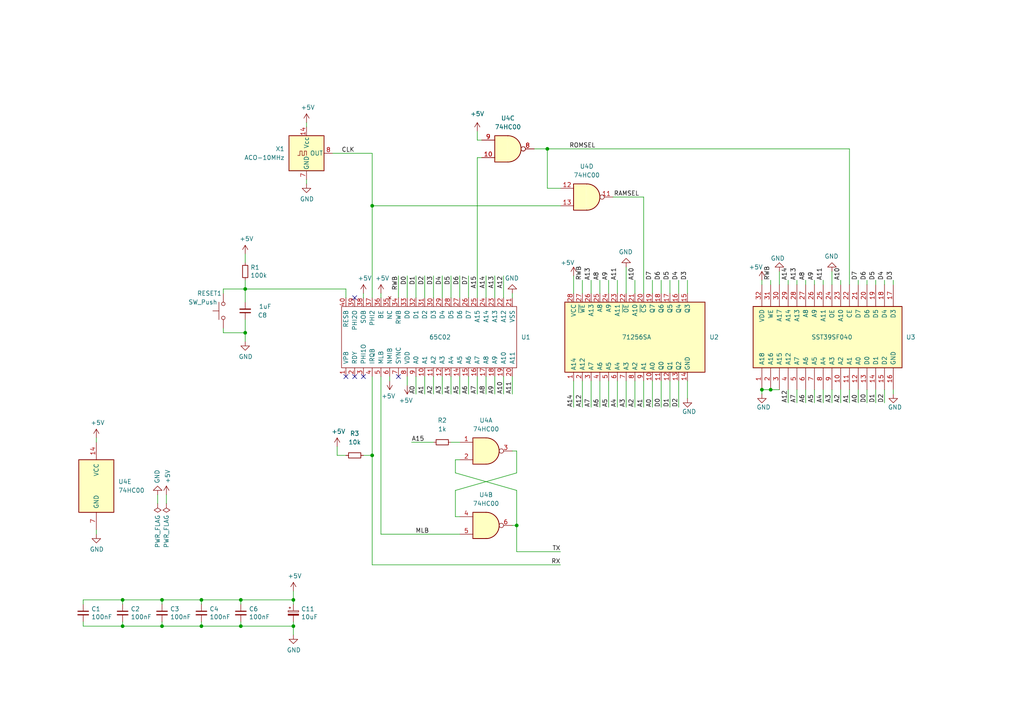
<source format=kicad_sch>
(kicad_sch (version 20211123) (generator eeschema)
  (paper "A4")
  (title_block (title "SingleBreadboardComputer") (rev "1"))
  (lib_symbols
    (symbol "74xx:74HC00" (pin_names (offset 1.016))
      (property "Reference" "U" (at 0 1.27 0))
      (property "Value" "74HC00" (at 0 -1.27 0))
      (symbol "74HC00_1_1"
        (arc (start 0 -3.81) (mid 3.81 0) (end 0 3.81) (stroke (width 0.254)) (fill (type background)))
        (polyline (pts (xy 0 3.81) (xy -3.81 3.81) (xy -3.81 -3.81) (xy 0 -3.81)) (stroke (width 0.254)) (fill (type background)))
        (pin input line (at -7.62 2.54 0) (length 3.81) (name "~") (number "1"))
        (pin input line (at -7.62 -2.54 0) (length 3.81) (name "~") (number "2"))
        (pin output inverted (at 7.62 0 180) (length 3.81) (name "~") (number "3"))
      )
      (symbol "74HC00_1_2"
        (arc (start -3.81 -3.81) (mid -2.589 0) (end -3.81 3.81) (stroke (width 0.254)))
        (arc (start -0.6096 -3.81) (mid 2.1842 -2.5851) (end 3.81 0) (stroke (width 0.254)) (fill (type background)))
        (polyline (pts (xy -3.81 -3.81) (xy -0.635 -3.81)) (stroke (width 0.254)) (fill (type background)))
        (polyline (pts (xy -3.81 3.81) (xy -0.635 3.81)) (stroke (width 0.254)) (fill (type background)))
        (polyline (pts (xy -0.635 3.81) (xy -3.81 3.81) (xy -3.81 3.81) (xy -3.556 3.4036) (xy -3.0226 2.2606) (xy -2.6924 1.0414) (xy -2.6162 -0.254) (xy -2.7686 -1.4986) (xy -3.175 -2.7178) (xy -3.81 -3.81) (xy -3.81 -3.81) (xy -0.635 -3.81)) (stroke (width -25.4)) (fill (type background)))
        (arc (start 3.81 0) (mid 2.1915 2.5936) (end -0.6096 3.81) (stroke (width 0.254)) (fill (type background)))
        (pin input inverted (at -7.62 2.54 0) (length 4.318) (name "~") (number "1"))
        (pin input inverted (at -7.62 -2.54 0) (length 4.318) (name "~") (number "2"))
        (pin output line (at 7.62 0 180) (length 3.81) (name "~") (number "3"))
      )
      (symbol "74HC00_2_1"
        (arc (start 0 -3.81) (mid 3.81 0) (end 0 3.81) (stroke (width 0.254)) (fill (type background)))
        (polyline (pts (xy 0 3.81) (xy -3.81 3.81) (xy -3.81 -3.81) (xy 0 -3.81)) (stroke (width 0.254)) (fill (type background)))
        (pin input line (at -7.62 2.54 0) (length 3.81) (name "~") (number "4"))
        (pin input line (at -7.62 -2.54 0) (length 3.81) (name "~") (number "5"))
        (pin output inverted (at 7.62 0 180) (length 3.81) (name "~") (number "6"))
      )
      (symbol "74HC00_2_2"
        (arc (start -3.81 -3.81) (mid -2.589 0) (end -3.81 3.81) (stroke (width 0.254)))
        (arc (start -0.6096 -3.81) (mid 2.1842 -2.5851) (end 3.81 0) (stroke (width 0.254)) (fill (type background)))
        (polyline (pts (xy -3.81 -3.81) (xy -0.635 -3.81)) (stroke (width 0.254)) (fill (type background)))
        (polyline (pts (xy -3.81 3.81) (xy -0.635 3.81)) (stroke (width 0.254)) (fill (type background)))
        (polyline (pts (xy -0.635 3.81) (xy -3.81 3.81) (xy -3.81 3.81) (xy -3.556 3.4036) (xy -3.0226 2.2606) (xy -2.6924 1.0414) (xy -2.6162 -0.254) (xy -2.7686 -1.4986) (xy -3.175 -2.7178) (xy -3.81 -3.81) (xy -3.81 -3.81) (xy -0.635 -3.81)) (stroke (width -25.4)) (fill (type background)))
        (arc (start 3.81 0) (mid 2.1915 2.5936) (end -0.6096 3.81) (stroke (width 0.254)) (fill (type background)))
        (pin input inverted (at -7.62 2.54 0) (length 4.318) (name "~") (number "4"))
        (pin input inverted (at -7.62 -2.54 0) (length 4.318) (name "~") (number "5"))
        (pin output line (at 7.62 0 180) (length 3.81) (name "~") (number "6"))
      )
      (symbol "74HC00_3_1"
        (arc (start 0 -3.81) (mid 3.81 0) (end 0 3.81) (stroke (width 0.254)) (fill (type background)))
        (polyline (pts (xy 0 3.81) (xy -3.81 3.81) (xy -3.81 -3.81) (xy 0 -3.81)) (stroke (width 0.254)) (fill (type background)))
        (pin input line (at -7.62 -2.54 0) (length 3.81) (name "~") (number "10"))
        (pin output inverted (at 7.62 0 180) (length 3.81) (name "~") (number "8"))
        (pin input line (at -7.62 2.54 0) (length 3.81) (name "~") (number "9"))
      )
      (symbol "74HC00_3_2"
        (arc (start -3.81 -3.81) (mid -2.589 0) (end -3.81 3.81) (stroke (width 0.254)))
        (arc (start -0.6096 -3.81) (mid 2.1842 -2.5851) (end 3.81 0) (stroke (width 0.254)) (fill (type background)))
        (polyline (pts (xy -3.81 -3.81) (xy -0.635 -3.81)) (stroke (width 0.254)) (fill (type background)))
        (polyline (pts (xy -3.81 3.81) (xy -0.635 3.81)) (stroke (width 0.254)) (fill (type background)))
        (polyline (pts (xy -0.635 3.81) (xy -3.81 3.81) (xy -3.81 3.81) (xy -3.556 3.4036) (xy -3.0226 2.2606) (xy -2.6924 1.0414) (xy -2.6162 -0.254) (xy -2.7686 -1.4986) (xy -3.175 -2.7178) (xy -3.81 -3.81) (xy -3.81 -3.81) (xy -0.635 -3.81)) (stroke (width -25.4)) (fill (type background)))
        (arc (start 3.81 0) (mid 2.1915 2.5936) (end -0.6096 3.81) (stroke (width 0.254)) (fill (type background)))
        (pin input inverted (at -7.62 -2.54 0) (length 4.318) (name "~") (number "10"))
        (pin output line (at 7.62 0 180) (length 3.81) (name "~") (number "8"))
        (pin input inverted (at -7.62 2.54 0) (length 4.318) (name "~") (number "9"))
      )
      (symbol "74HC00_4_1"
        (arc (start 0 -3.81) (mid 3.81 0) (end 0 3.81) (stroke (width 0.254)) (fill (type background)))
        (polyline (pts (xy 0 3.81) (xy -3.81 3.81) (xy -3.81 -3.81) (xy 0 -3.81)) (stroke (width 0.254)) (fill (type background)))
        (pin output inverted (at 7.62 0 180) (length 3.81) (name "~") (number "11"))
        (pin input line (at -7.62 2.54 0) (length 3.81) (name "~") (number "12"))
        (pin input line (at -7.62 -2.54 0) (length 3.81) (name "~") (number "13"))
      )
      (symbol "74HC00_4_2"
        (arc (start -3.81 -3.81) (mid -2.589 0) (end -3.81 3.81) (stroke (width 0.254)))
        (arc (start -0.6096 -3.81) (mid 2.1842 -2.5851) (end 3.81 0) (stroke (width 0.254)) (fill (type background)))
        (polyline (pts (xy -3.81 -3.81) (xy -0.635 -3.81)) (stroke (width 0.254)) (fill (type background)))
        (polyline (pts (xy -3.81 3.81) (xy -0.635 3.81)) (stroke (width 0.254)) (fill (type background)))
        (polyline (pts (xy -0.635 3.81) (xy -3.81 3.81) (xy -3.81 3.81) (xy -3.556 3.4036) (xy -3.0226 2.2606) (xy -2.6924 1.0414) (xy -2.6162 -0.254) (xy -2.7686 -1.4986) (xy -3.175 -2.7178) (xy -3.81 -3.81) (xy -3.81 -3.81) (xy -0.635 -3.81)) (stroke (width -25.4)) (fill (type background)))
        (arc (start 3.81 0) (mid 2.1915 2.5936) (end -0.6096 3.81) (stroke (width 0.254)) (fill (type background)))
        (pin output line (at 7.62 0 180) (length 3.81) (name "~") (number "11"))
        (pin input inverted (at -7.62 2.54 0) (length 4.318) (name "~") (number "12"))
        (pin input inverted (at -7.62 -2.54 0) (length 4.318) (name "~") (number "13"))
      )
      (symbol "74HC00_5_0"
        (pin power_in line (at 0 12.7 270) (length 5.08) (name "VCC") (number "14"))
        (pin power_in line (at 0 -12.7 90) (length 5.08) (name "GND") (number "7"))
      )
      (symbol "74HC00_5_1"
        (rectangle (start -5.08 7.62) (end 5.08 -7.62) (stroke (width 0.254)) (fill (type background)))
      )
    )
    (symbol "Device:C_Small" (pin_numbers hide) (pin_names (offset 0.254) hide)
      (property "Reference" "C" (at 0.254 1.778 0))
      (property "Value" "C_Small" (at 0.254 -2.032 0))
      (symbol "C_Small_0_1"
        (polyline (pts (xy -1.524 -0.508) (xy 1.524 -0.508)) (stroke (width 0.3302)))
        (polyline (pts (xy -1.524 0.508) (xy 1.524 0.508)) (stroke (width 0.3048)))
      )
      (symbol "C_Small_1_1"
        (pin passive line (at 0 2.54 270) (length 2.032) (name "~") (number "1"))
        (pin passive line (at 0 -2.54 90) (length 2.032) (name "~") (number "2"))
      )
    )
    (symbol "Device:R_Small" (pin_numbers hide) (pin_names (offset 0.254) hide)
      (property "Reference" "R" (at 0.762 0.508 0))
      (property "Value" "R_Small" (at 0.762 -1.016 0))
      (symbol "R_Small_0_1"
        (rectangle (start -0.762 1.778) (end 0.762 -1.778) (stroke (width 0.2032)))
      )
      (symbol "R_Small_1_1"
        (pin passive line (at 0 2.54 270) (length 0.762) (name "~") (number "1"))
        (pin passive line (at 0 -2.54 90) (length 0.762) (name "~") (number "2"))
      )
    )
    (symbol "Oscillator:ACO-xxxMHz" (pin_names (offset 0.254))
      (property "Reference" "X" (at -5.08 6.35 0))
      (property "Value" "ACO-xxxMHz" (at 1.27 -6.35 0))
      (symbol "ACO-xxxMHz_0_1"
        (rectangle (start -5.08 5.08) (end 5.08 -5.08) (stroke (width 0.254)) (fill (type background)))
        (polyline (pts (xy -2.54 -0.635) (xy -1.905 -0.635) (xy -1.905 0.635) (xy -1.27 0.635) (xy -1.27 -0.635) (xy -0.635 -0.635) (xy -0.635 0.635) (xy 0 0.635) (xy 0 -0.635)))
      )
      (symbol "ACO-xxxMHz_1_1"
        (pin no_connect line (at -7.62 0 0) (length 2.54) hide (name "NC") (number "1"))
        (pin power_in line (at 0 7.62 270) (length 2.54) (name "Vcc") (number "14"))
        (pin power_in line (at 0 -7.62 90) (length 2.54) (name "GND") (number "7"))
        (pin output line (at 7.62 0 180) (length 2.54) (name "OUT") (number "8"))
      )
    )
    (symbol "Switch:SW_Push" (pin_numbers hide) (pin_names (offset 1.016) hide)
      (property "Reference" "SW" (at 1.27 2.54 0))
      (property "Value" "SW_Push" (at 0 -1.524 0))
      (symbol "SW_Push_0_1"
        (circle (center -2.032 0) (radius 0.508))
        (polyline (pts (xy 0 1.27) (xy 0 3.048)))
        (polyline (pts (xy 2.54 1.27) (xy -2.54 1.27)))
        (circle (center 2.032 0) (radius 0.508))
        (pin passive line (at -5.08 0 0) (length 2.54) (name "1") (number "1"))
        (pin passive line (at 5.08 0 180) (length 2.54) (name "2") (number "2"))
      )
    )
    (symbol "library:65C02" (pin_names (offset 1.016))
      (property "Reference" "U1" (at -1.27 1.27 0))
      (property "Value" "65C02" (at 20.32 0 90))
      (symbol "65C02_0_1"
        (rectangle (start -8.89 0) (end 8.89 -50.8))
      )
      (symbol "65C02_1_1"
        (pin output line (at -11.43 -1.27 0) (length 2.54) (name "VPB") (number "1"))
        (pin output line (at -11.43 -24.13 0) (length 2.54) (name "A1") (number "10"))
        (pin output line (at -11.43 -26.67 0) (length 2.54) (name "A2") (number "11"))
        (pin output line (at -11.43 -29.21 0) (length 2.54) (name "A3") (number "12"))
        (pin output line (at -11.43 -31.75 0) (length 2.54) (name "A4") (number "13"))
        (pin output line (at -11.43 -34.29 0) (length 2.54) (name "A5") (number "14"))
        (pin output line (at -11.43 -36.83 0) (length 2.54) (name "A6") (number "15"))
        (pin output line (at -11.43 -39.37 0) (length 2.54) (name "A7") (number "16"))
        (pin output line (at -11.43 -41.91 0) (length 2.54) (name "A8") (number "17"))
        (pin output line (at -11.43 -44.45 0) (length 2.54) (name "A9") (number "18"))
        (pin output line (at -11.43 -46.99 0) (length 2.54) (name "A10") (number "19"))
        (pin input line (at -11.43 -3.81 0) (length 2.54) (name "RDY") (number "2"))
        (pin output line (at -11.43 -49.53 0) (length 2.54) (name "A11") (number "20"))
        (pin power_in line (at 11.43 -49.53 180) (length 2.54) (name "VSS") (number "21"))
        (pin output line (at 11.43 -46.99 180) (length 2.54) (name "A12") (number "22"))
        (pin output line (at 11.43 -44.45 180) (length 2.54) (name "A13") (number "23"))
        (pin output line (at 11.43 -41.91 180) (length 2.54) (name "A14") (number "24"))
        (pin output line (at 11.43 -39.37 180) (length 2.54) (name "A15") (number "25"))
        (pin bidirectional line (at 11.43 -36.83 180) (length 2.54) (name "D7") (number "26"))
        (pin bidirectional line (at 11.43 -34.29 180) (length 2.54) (name "D6") (number "27"))
        (pin bidirectional line (at 11.43 -31.75 180) (length 2.54) (name "D5") (number "28"))
        (pin bidirectional line (at 11.43 -29.21 180) (length 2.54) (name "D4") (number "29"))
        (pin output line (at -11.43 -6.35 0) (length 2.54) (name "PHI1O") (number "3"))
        (pin bidirectional line (at 11.43 -26.67 180) (length 2.54) (name "D3") (number "30"))
        (pin bidirectional line (at 11.43 -24.13 180) (length 2.54) (name "D2") (number "31"))
        (pin bidirectional line (at 11.43 -21.59 180) (length 2.54) (name "D1") (number "32"))
        (pin bidirectional line (at 11.43 -19.05 180) (length 2.54) (name "D0") (number "33"))
        (pin output line (at 11.43 -16.51 180) (length 2.54) (name "RWB") (number "34"))
        (pin no_connect line (at 11.43 -13.97 180) (length 2.54) (name "NC") (number "35"))
        (pin input line (at 11.43 -11.43 180) (length 2.54) (name "BE") (number "36"))
        (pin input line (at 11.43 -8.89 180) (length 2.54) (name "PHI2") (number "37"))
        (pin output line (at 11.43 -6.35 180) (length 2.54) (name "SOB") (number "38"))
        (pin output line (at 11.43 -3.81 180) (length 2.54) (name "PHI2O") (number "39"))
        (pin input line (at -11.43 -8.89 0) (length 2.54) (name "IRQB") (number "4"))
        (pin input line (at 11.43 -1.27 180) (length 2.54) (name "RESB") (number "40"))
        (pin output line (at -11.43 -11.43 0) (length 2.54) (name "MLB") (number "5"))
        (pin input line (at -11.43 -13.97 0) (length 2.54) (name "NMIB") (number "6"))
        (pin output line (at -11.43 -16.51 0) (length 2.54) (name "SYNC") (number "7"))
        (pin power_in line (at -11.43 -19.05 0) (length 2.54) (name "VDD") (number "8"))
        (pin output line (at -11.43 -21.59 0) (length 2.54) (name "A0") (number "9"))
      )
    )
    (symbol "library:71256SA"
      (property "Reference" "U?" (at 1.27 22.86 0))
      (property "Value" "71256SA" (at 1.27 0 90))
      (symbol "71256SA_0_0"
        (pin power_in line (at -12.7 -15.24 0) (length 2.54) (name "GND") (number "14"))
        (pin power_in line (at 12.7 17.78 180) (length 2.54) (name "VCC") (number "28"))
      )
      (symbol "71256SA_0_1"
        (rectangle (start -10.16 20.32) (end 10.16 -20.32) (stroke (width 0.254)) (fill (type background)))
      )
      (symbol "71256SA_1_1"
        (pin input line (at -12.7 17.78 0) (length 2.54) (name "A14") (number "1"))
        (pin input line (at -12.7 -5.08 0) (length 2.54) (name "A0") (number "10"))
        (pin tri_state line (at -12.7 -7.62 0) (length 2.54) (name "Q0") (number "11"))
        (pin tri_state line (at -12.7 -10.16 0) (length 2.54) (name "Q1") (number "12"))
        (pin tri_state line (at -12.7 -12.7 0) (length 2.54) (name "Q2") (number "13"))
        (pin tri_state line (at 12.7 -15.24 180) (length 2.54) (name "Q3") (number "15"))
        (pin tri_state line (at 12.7 -12.7 180) (length 2.54) (name "Q4") (number "16"))
        (pin tri_state line (at 12.7 -10.16 180) (length 2.54) (name "Q5") (number "17"))
        (pin tri_state line (at 12.7 -7.62 180) (length 2.54) (name "Q6") (number "18"))
        (pin tri_state line (at 12.7 -5.08 180) (length 2.54) (name "Q7") (number "19"))
        (pin input line (at -12.7 15.24 0) (length 2.54) (name "A12") (number "2"))
        (pin input line (at 12.7 -2.54 180) (length 2.54) (name "~{CS}") (number "20"))
        (pin input line (at 12.7 0 180) (length 2.54) (name "A10") (number "21"))
        (pin input line (at 12.7 2.54 180) (length 2.54) (name "~{OE}") (number "22"))
        (pin input line (at 12.7 5.08 180) (length 2.54) (name "A11") (number "23"))
        (pin input line (at 12.7 7.62 180) (length 2.54) (name "A9") (number "24"))
        (pin input line (at 12.7 10.16 180) (length 2.54) (name "A8") (number "25"))
        (pin input line (at 12.7 12.7 180) (length 2.54) (name "A13") (number "26"))
        (pin input line (at 12.7 15.24 180) (length 2.54) (name "~{WE}") (number "27"))
        (pin input line (at -12.7 12.7 0) (length 2.54) (name "A7") (number "3"))
        (pin input line (at -12.7 10.16 0) (length 2.54) (name "A6") (number "4"))
        (pin input line (at -12.7 7.62 0) (length 2.54) (name "A5") (number "5"))
        (pin input line (at -12.7 5.08 0) (length 2.54) (name "A4") (number "6"))
        (pin input line (at -12.7 2.54 0) (length 2.54) (name "A3") (number "7"))
        (pin input line (at -12.7 0 0) (length 2.54) (name "A2") (number "8"))
        (pin input line (at -12.7 -2.54 0) (length 2.54) (name "A1") (number "9"))
      )
    )
    (symbol "mainboard-rescue:CP_Small-Device" (pin_numbers hide) (pin_names (offset 0.254) hide)
      (property "Reference" "C" (at 0.254 1.778 0))
      (property "Value" "CP_Small-Device" (at 0.254 -2.032 0))
      (symbol "CP_Small-Device_0_1"
        (rectangle (start -1.524 -0.3048) (end 1.524 -0.6858) (fill (type outline)))
        (rectangle (start -1.524 0.6858) (end 1.524 0.3048))
        (polyline (pts (xy -1.27 1.524) (xy -0.762 1.524)))
        (polyline (pts (xy -1.016 1.27) (xy -1.016 1.778)))
      )
      (symbol "CP_Small-Device_1_1"
        (pin passive line (at 0 2.54 270) (length 1.8542) (name "~") (number "1"))
        (pin passive line (at 0 -2.54 90) (length 1.8542) (name "~") (number "2"))
      )
    )
    (symbol "parts:SST39SF040" (pin_names (offset 0.762))
      (property "Reference" "U" (at 0 36.83 0))
      (property "Value" "SST39SF040" (at 5.08 34.29 0))
      (symbol "SST39SF040_0_1"
        (rectangle (start -8.89 33.02) (end 8.89 -10.16) (stroke (width 0.254)) (fill (type background)))
      )
      (symbol "SST39SF040_1_1"
        (pin input line (at -15.24 30.48 0) (length 6.35) (name "A18") (number "1"))
        (pin input line (at -15.24 7.62 0) (length 6.35) (name "A2") (number "10"))
        (pin input line (at -15.24 5.08 0) (length 6.35) (name "A1") (number "11"))
        (pin input line (at -15.24 2.54 0) (length 6.35) (name "A0") (number "12"))
        (pin bidirectional line (at -15.24 0 0) (length 6.35) (name "D0") (number "13"))
        (pin bidirectional line (at -15.24 -2.54 0) (length 6.35) (name "D1") (number "14"))
        (pin bidirectional line (at -15.24 -5.08 0) (length 6.35) (name "D2") (number "15"))
        (pin power_in line (at -15.24 -7.62 0) (length 6.35) (name "GND") (number "16"))
        (pin bidirectional line (at 15.24 -7.62 180) (length 6.35) (name "D3") (number "17"))
        (pin bidirectional line (at 15.24 -5.08 180) (length 6.35) (name "D4") (number "18"))
        (pin bidirectional line (at 15.24 -2.54 180) (length 6.35) (name "D5") (number "19"))
        (pin input line (at -15.24 27.94 0) (length 6.35) (name "A16") (number "2"))
        (pin bidirectional line (at 15.24 0 180) (length 6.35) (name "D6") (number "20"))
        (pin bidirectional line (at 15.24 2.54 180) (length 6.35) (name "D7") (number "21"))
        (pin input line (at 15.24 5.08 180) (length 6.35) (name "CE") (number "22"))
        (pin input line (at 15.24 7.62 180) (length 6.35) (name "A10") (number "23"))
        (pin input line (at 15.24 10.16 180) (length 6.35) (name "OE") (number "24"))
        (pin input line (at 15.24 12.7 180) (length 6.35) (name "A11") (number "25"))
        (pin input line (at 15.24 15.24 180) (length 6.35) (name "A9") (number "26"))
        (pin input line (at 15.24 17.78 180) (length 6.35) (name "A8") (number "27"))
        (pin input line (at 15.24 20.32 180) (length 6.35) (name "A13") (number "28"))
        (pin input line (at 15.24 22.86 180) (length 6.35) (name "A14") (number "29"))
        (pin input line (at -15.24 25.4 0) (length 6.35) (name "A15") (number "3"))
        (pin input line (at 15.24 25.4 180) (length 6.35) (name "A17") (number "30"))
        (pin input line (at 15.24 27.94 180) (length 6.35) (name "WE") (number "31"))
        (pin power_in line (at 15.24 30.48 180) (length 6.35) (name "VDD") (number "32"))
        (pin input line (at -15.24 22.86 0) (length 6.35) (name "A12") (number "4"))
        (pin input line (at -15.24 20.32 0) (length 6.35) (name "A7") (number "5"))
        (pin input line (at -15.24 17.78 0) (length 6.35) (name "A6") (number "6"))
        (pin input line (at -15.24 15.24 0) (length 6.35) (name "A5") (number "7"))
        (pin input line (at -15.24 12.7 0) (length 6.35) (name "A4") (number "8"))
        (pin input line (at -15.24 10.16 0) (length 6.35) (name "A3") (number "9"))
      )
    )
    (symbol "power:+5V" (power) (pin_names (offset 0))
      (property "Value" "+5V" (at 0 3.556 0))
      (symbol "+5V_0_1"
        (polyline (pts (xy -0.762 1.27) (xy 0 2.54)))
        (polyline (pts (xy 0 0) (xy 0 2.54)))
        (polyline (pts (xy 0 2.54) (xy 0.762 1.27)))
      )
      (symbol "+5V_1_1"
        (pin power_in line (at 0 0 90) (length 0) hide (name "+5V") (number "1"))
      )
    )
    (symbol "power:GND" (power) (pin_names (offset 0))
      (property "Value" "GND" (at 0 -3.81 0))
      (symbol "GND_0_1"
        (polyline (pts (xy 0 0) (xy 0 -1.27) (xy 1.27 -1.27) (xy 0 -2.54) (xy -1.27 -1.27) (xy 0 -1.27)))
      )
      (symbol "GND_1_1"
        (pin power_in line (at 0 0 270) (length 0) hide (name "GND") (number "1"))
      )
    )
    (symbol "power:PWR_FLAG" (power) (pin_numbers hide) (pin_names (offset 0) hide)
      (property "Value" "PWR_FLAG" (at 0 3.81 0))
      (symbol "PWR_FLAG_0_0"
        (pin power_out line (at 0 0 90) (length 0) (name "pwr") (number "1"))
      )
      (symbol "PWR_FLAG_0_1"
        (polyline (pts (xy 0 0) (xy 0 1.27) (xy -1.016 1.905) (xy 0 2.54) (xy 1.016 1.905) (xy 0 1.27)))
      )
    )
  )
  (junction (at 58.42 181.61))
  (junction (at 69.85 173.99))
  (junction (at 35.56 181.61))
  (junction (at 107.95 132.08))
  (junction (at 71.12 96.52))
  (junction (at 71.12 83.82))
  (junction (at 46.99 181.61))
  (junction (at 85.09 181.61))
  (junction (at 158.75 43.18))
  (junction (at 69.85 181.61))
  (junction (at 35.56 173.99))
  (junction (at 107.95 59.69))
  (junction (at 85.09 173.99))
  (junction (at 223.52 113.03))
  (junction (at 46.99 173.99))
  (junction (at 220.98 113.03))
  (junction (at 58.42 173.99))
  (junction (at 149.86 152.4))
  (no_connect (at 102.87 86.36))
  (no_connect (at 105.41 109.22))
  (no_connect (at 100.33 109.22))
  (no_connect (at 115.57 109.22))
  (no_connect (at 102.87 109.22))
  (wire (pts (xy 24.13 173.99) (xy 35.56 173.99)))
  (wire (pts (xy 243.84 116.84) (xy 243.84 113.03)))
  (wire (pts (xy 105.41 132.08) (xy 107.95 132.08)))
  (wire (pts (xy 125.73 80.01) (xy 125.73 86.36)))
  (wire (pts (xy 184.15 110.49) (xy 184.15 118.11)))
  (wire (pts (xy 88.9 52.07) (xy 88.9 53.34)))
  (wire (pts (xy 132.08 137.16) (xy 132.08 133.35)))
  (wire (pts (xy 162.56 160.02) (xy 149.86 160.02)))
  (wire (pts (xy 199.39 81.28) (xy 199.39 85.09)))
  (wire (pts (xy 138.43 45.72) (xy 139.7 45.72)))
  (wire (pts (xy 113.03 110.49) (xy 113.03 109.22)))
  (wire (pts (xy 238.76 82.55) (xy 238.76 81.28)))
  (wire (pts (xy 110.49 154.94) (xy 133.35 154.94)))
  (wire (pts (xy 46.99 173.99) (xy 46.99 175.26)))
  (wire (pts (xy 125.73 109.22) (xy 125.73 114.3)))
  (wire (pts (xy 186.69 57.15) (xy 186.69 85.09)))
  (wire (pts (xy 69.85 173.99) (xy 69.85 175.26)))
  (wire (pts (xy 251.46 82.55) (xy 251.46 81.28)))
  (wire (pts (xy 71.12 83.82) (xy 100.33 83.82)))
  (wire (pts (xy 179.07 110.49) (xy 179.07 118.11)))
  (wire (pts (xy 143.51 86.36) (xy 143.51 80.01)))
  (wire (pts (xy 115.57 80.01) (xy 115.57 86.36)))
  (wire (pts (xy 58.42 173.99) (xy 69.85 173.99)))
  (wire (pts (xy 97.79 132.08) (xy 100.33 132.08)))
  (wire (pts (xy 191.77 110.49) (xy 191.77 118.11)))
  (wire (pts (xy 246.38 116.84) (xy 246.38 113.03)))
  (wire (pts (xy 171.45 81.28) (xy 171.45 85.09)))
  (wire (pts (xy 149.86 130.81) (xy 148.59 130.81)))
  (wire (pts (xy 196.85 110.49) (xy 196.85 118.11)))
  (wire (pts (xy 69.85 181.61) (xy 85.09 181.61)))
  (wire (pts (xy 194.31 110.49) (xy 194.31 118.11)))
  (wire (pts (xy 140.97 109.22) (xy 140.97 114.3)))
  (wire (pts (xy 46.99 173.99) (xy 58.42 173.99)))
  (wire (pts (xy 107.95 44.45) (xy 107.95 59.69)))
  (wire (pts (xy 251.46 116.84) (xy 251.46 113.03)))
  (wire (pts (xy 231.14 82.55) (xy 231.14 81.28)))
  (wire (pts (xy 132.08 149.86) (xy 132.08 142.24)))
  (wire (pts (xy 118.11 86.36) (xy 118.11 80.01)))
  (wire (pts (xy 177.8 57.15) (xy 186.69 57.15)))
  (wire (pts (xy 133.35 149.86) (xy 132.08 149.86)))
  (wire (pts (xy 88.9 35.56) (xy 88.9 36.83)))
  (wire (pts (xy 85.09 180.34) (xy 85.09 181.61)))
  (wire (pts (xy 71.12 96.52) (xy 71.12 99.06)))
  (wire (pts (xy 158.75 43.18) (xy 246.38 43.18)))
  (wire (pts (xy 148.59 109.22) (xy 148.59 114.3)))
  (wire (pts (xy 143.51 109.22) (xy 143.51 114.3)))
  (wire (pts (xy 138.43 38.1) (xy 138.43 40.64)))
  (wire (pts (xy 248.92 116.84) (xy 248.92 113.03)))
  (wire (pts (xy 228.6 116.84) (xy 228.6 113.03)))
  (wire (pts (xy 97.79 129.54) (xy 97.79 132.08)))
  (wire (pts (xy 236.22 116.84) (xy 236.22 113.03)))
  (wire (pts (xy 107.95 132.08) (xy 107.95 163.83)))
  (wire (pts (xy 243.84 82.55) (xy 243.84 81.28)))
  (wire (pts (xy 24.13 181.61) (xy 35.56 181.61)))
  (wire (pts (xy 123.19 86.36) (xy 123.19 80.01)))
  (wire (pts (xy 118.11 111.76) (xy 118.11 109.22)))
  (wire (pts (xy 184.15 81.28) (xy 184.15 85.09)))
  (wire (pts (xy 133.35 86.36) (xy 133.35 80.01)))
  (wire (pts (xy 241.3 116.84) (xy 241.3 113.03)))
  (wire (pts (xy 176.53 110.49) (xy 176.53 118.11)))
  (wire (pts (xy 96.52 44.45) (xy 107.95 44.45)))
  (wire (pts (xy 176.53 81.28) (xy 176.53 85.09)))
  (wire (pts (xy 27.94 153.67) (xy 27.94 154.94)))
  (wire (pts (xy 35.56 180.34) (xy 35.56 181.61)))
  (wire (pts (xy 233.68 82.55) (xy 233.68 81.28)))
  (wire (pts (xy 168.91 110.49) (xy 168.91 118.11)))
  (wire (pts (xy 162.56 54.61) (xy 158.75 54.61)))
  (wire (pts (xy 46.99 181.61) (xy 58.42 181.61)))
  (wire (pts (xy 46.99 180.34) (xy 46.99 181.61)))
  (wire (pts (xy 173.99 110.49) (xy 173.99 118.11)))
  (wire (pts (xy 220.98 82.55) (xy 220.98 81.28)))
  (wire (pts (xy 138.43 45.72) (xy 138.43 86.36)))
  (wire (pts (xy 189.23 81.28) (xy 189.23 85.09)))
  (wire (pts (xy 135.89 86.36) (xy 135.89 80.01)))
  (wire (pts (xy 223.52 82.55) (xy 223.52 81.28)))
  (wire (pts (xy 189.23 110.49) (xy 189.23 118.11)))
  (wire (pts (xy 140.97 86.36) (xy 140.97 80.01)))
  (wire (pts (xy 173.99 81.28) (xy 173.99 85.09)))
  (wire (pts (xy 107.95 59.69) (xy 107.95 86.36)))
  (wire (pts (xy 246.38 43.18) (xy 246.38 82.55)))
  (wire (pts (xy 199.39 110.49) (xy 199.39 115.57)))
  (wire (pts (xy 256.54 82.55) (xy 256.54 81.28)))
  (wire (pts (xy 238.76 116.84) (xy 238.76 113.03)))
  (wire (pts (xy 186.69 110.49) (xy 186.69 118.11)))
  (wire (pts (xy 120.65 109.22) (xy 120.65 114.3)))
  (wire (pts (xy 259.08 82.55) (xy 259.08 81.28)))
  (wire (pts (xy 148.59 152.4) (xy 149.86 152.4)))
  (wire (pts (xy 85.09 171.45) (xy 85.09 173.99)))
  (wire (pts (xy 35.56 173.99) (xy 35.56 175.26)))
  (wire (pts (xy 71.12 76.2) (xy 71.12 73.66)))
  (wire (pts (xy 107.95 109.22) (xy 107.95 132.08)))
  (wire (pts (xy 71.12 96.52) (xy 71.12 92.71)))
  (wire (pts (xy 179.07 81.28) (xy 179.07 85.09)))
  (wire (pts (xy 146.05 109.22) (xy 146.05 114.3)))
  (wire (pts (xy 24.13 180.34) (xy 24.13 181.61)))
  (wire (pts (xy 133.35 109.22) (xy 133.35 114.3)))
  (wire (pts (xy 58.42 173.99) (xy 58.42 175.26)))
  (wire (pts (xy 27.94 127) (xy 27.94 128.27)))
  (wire (pts (xy 85.09 181.61) (xy 85.09 184.15)))
  (wire (pts (xy 248.92 82.55) (xy 248.92 81.28)))
  (wire (pts (xy 231.14 116.84) (xy 231.14 113.03)))
  (wire (pts (xy 85.09 175.26) (xy 85.09 173.99)))
  (wire (pts (xy 220.98 113.03) (xy 220.98 114.3)))
  (wire (pts (xy 171.45 110.49) (xy 171.45 118.11)))
  (wire (pts (xy 69.85 180.34) (xy 69.85 181.61)))
  (wire (pts (xy 149.86 142.24) (xy 132.08 137.16)))
  (wire (pts (xy 64.77 96.52) (xy 71.12 96.52)))
  (wire (pts (xy 132.08 142.24) (xy 149.86 137.16)))
  (wire (pts (xy 110.49 154.94) (xy 110.49 109.22)))
  (wire (pts (xy 35.56 173.99) (xy 46.99 173.99)))
  (wire (pts (xy 58.42 181.61) (xy 69.85 181.61)))
  (wire (pts (xy 166.37 80.01) (xy 166.37 85.09)))
  (wire (pts (xy 105.41 85.09) (xy 105.41 86.36)))
  (wire (pts (xy 64.77 95.25) (xy 64.77 96.52)))
  (wire (pts (xy 120.65 86.36) (xy 120.65 80.01)))
  (wire (pts (xy 110.49 86.36) (xy 110.49 85.09)))
  (wire (pts (xy 35.56 181.61) (xy 46.99 181.61)))
  (wire (pts (xy 138.43 109.22) (xy 138.43 114.3)))
  (wire (pts (xy 254 82.55) (xy 254 81.28)))
  (wire (pts (xy 181.61 110.49) (xy 181.61 118.11)))
  (wire (pts (xy 154.94 43.18) (xy 158.75 43.18)))
  (wire (pts (xy 119.38 128.27) (xy 125.73 128.27)))
  (wire (pts (xy 191.77 81.28) (xy 191.77 85.09)))
  (wire (pts (xy 220.98 113.03) (xy 223.52 113.03)))
  (wire (pts (xy 223.52 113.03) (xy 226.06 113.03)))
  (wire (pts (xy 194.31 81.28) (xy 194.31 85.09)))
  (wire (pts (xy 123.19 109.22) (xy 123.19 114.3)))
  (wire (pts (xy 107.95 59.69) (xy 162.56 59.69)))
  (wire (pts (xy 158.75 54.61) (xy 158.75 43.18)))
  (wire (pts (xy 166.37 110.49) (xy 166.37 118.11)))
  (wire (pts (xy 100.33 83.82) (xy 100.33 86.36)))
  (wire (pts (xy 130.81 109.22) (xy 130.81 114.3)))
  (wire (pts (xy 149.86 160.02) (xy 149.86 152.4)))
  (wire (pts (xy 254 116.84) (xy 254 113.03)))
  (wire (pts (xy 130.81 128.27) (xy 133.35 128.27)))
  (wire (pts (xy 146.05 86.36) (xy 146.05 80.01)))
  (wire (pts (xy 128.27 109.22) (xy 128.27 114.3)))
  (wire (pts (xy 48.26 146.05) (xy 48.26 143.51)))
  (wire (pts (xy 69.85 173.99) (xy 85.09 173.99)))
  (wire (pts (xy 45.72 146.05) (xy 45.72 143.51)))
  (wire (pts (xy 196.85 81.28) (xy 196.85 85.09)))
  (wire (pts (xy 226.06 78.74) (xy 226.06 82.55)))
  (wire (pts (xy 132.08 133.35) (xy 133.35 133.35)))
  (wire (pts (xy 71.12 83.82) (xy 71.12 87.63)))
  (wire (pts (xy 181.61 77.47) (xy 181.61 85.09)))
  (wire (pts (xy 64.77 85.09) (xy 64.77 83.82)))
  (wire (pts (xy 236.22 82.55) (xy 236.22 81.28)))
  (wire (pts (xy 241.3 78.74) (xy 241.3 82.55)))
  (wire (pts (xy 148.59 86.36) (xy 148.59 85.09)))
  (wire (pts (xy 149.86 152.4) (xy 149.86 142.24)))
  (wire (pts (xy 256.54 116.84) (xy 256.54 113.03)))
  (wire (pts (xy 58.42 180.34) (xy 58.42 181.61)))
  (wire (pts (xy 107.95 163.83) (xy 162.56 163.83)))
  (wire (pts (xy 64.77 83.82) (xy 71.12 83.82)))
  (wire (pts (xy 168.91 81.28) (xy 168.91 85.09)))
  (wire (pts (xy 128.27 80.01) (xy 128.27 86.36)))
  (wire (pts (xy 71.12 81.28) (xy 71.12 83.82)))
  (wire (pts (xy 135.89 109.22) (xy 135.89 114.3)))
  (wire (pts (xy 130.81 80.01) (xy 130.81 86.36)))
  (wire (pts (xy 259.08 114.3) (xy 259.08 113.03)))
  (wire (pts (xy 139.7 40.64) (xy 138.43 40.64)))
  (wire (pts (xy 228.6 82.55) (xy 228.6 81.28)))
  (wire (pts (xy 149.86 137.16) (xy 149.86 130.81)))
  (wire (pts (xy 24.13 175.26) (xy 24.13 173.99)))
  (wire (pts (xy 233.68 116.84) (xy 233.68 113.03)))
  (label "A10" (at 243.84 81.28 90))
  (label "A6" (at 233.68 116.84 90))
  (label "A14" (at 228.6 81.28 90))
  (label "D3" (at 259.08 81.28 90))
  (label "A4" (at 179.07 118.11 90))
  (label "RAMSEL" (at 185.42 57.15 180))
  (label "CLK" (at 99.06 44.45 0))
  (label "TX" (at 162.56 160.02 180))
  (label "D1" (at 120.65 80.01 270))
  (label "D2" (at 123.19 80.01 270))
  (label "D3" (at 199.39 81.28 90))
  (label "D4" (at 196.85 81.28 90))
  (label "A8" (at 140.97 114.3 90))
  (label "D0" (at 118.11 80.01 270))
  (label "A11" (at 179.07 81.28 90))
  (label "D1" (at 254 116.84 90))
  (label "A6" (at 135.89 114.3 90))
  (label "A0" (at 120.65 114.3 90))
  (label "D6" (at 191.77 81.28 90))
  (label "A11" (at 238.76 81.28 90))
  (label "A8" (at 173.99 81.28 90))
  (label "A9" (at 143.51 114.3 90))
  (label "RWB" (at 115.57 80.01 270))
  (label "A9" (at 236.22 81.28 90))
  (label "A11" (at 148.59 114.3 90))
  (label "A2" (at 125.73 114.3 90))
  (label "D7" (at 248.92 81.28 90))
  (label "D7" (at 189.23 81.28 90))
  (label "D7" (at 135.89 80.01 270))
  (label "D4" (at 128.27 80.01 270))
  (label "A3" (at 241.3 116.84 90))
  (label "A6" (at 173.99 118.11 90))
  (label "D5" (at 194.31 81.28 90))
  (label "D6" (at 133.35 80.01 270))
  (label "A4" (at 130.81 114.3 90))
  (label "D5" (at 130.81 80.01 270))
  (label "RX" (at 162.56 163.83 180))
  (label "D4" (at 256.54 81.28 90))
  (label "RWB" (at 168.91 81.28 90))
  (label "A14" (at 166.37 118.11 90))
  (label "A10" (at 184.15 81.28 90))
  (label "A2" (at 184.15 118.11 90))
  (label "A3" (at 181.61 118.11 90))
  (label "D6" (at 251.46 81.28 90))
  (label "A4" (at 238.76 116.84 90))
  (label "A9" (at 176.53 81.28 90))
  (label "A5" (at 176.53 118.11 90))
  (label "A1" (at 246.38 116.84 90))
  (label "A0" (at 189.23 118.11 90))
  (label "A12" (at 146.05 80.01 270))
  (label "A0" (at 248.92 116.84 90))
  (label "D0" (at 251.46 116.84 90))
  (label "A12" (at 168.91 118.11 90))
  (label "D3" (at 125.73 80.01 270))
  (label "A1" (at 186.69 118.11 90))
  (label "A1" (at 123.19 114.3 90))
  (label "A13" (at 171.45 81.28 90))
  (label "A2" (at 243.84 116.84 90))
  (label "A13" (at 143.51 80.01 270))
  (label "A10" (at 146.05 114.3 90))
  (label "A7" (at 138.43 114.3 90))
  (label "D2" (at 196.85 118.11 90))
  (label "D1" (at 194.31 118.11 90))
  (label "A5" (at 133.35 114.3 90))
  (label "ROMSEL" (at 165.1 43.18 0))
  (label "A7" (at 171.45 118.11 90))
  (label "A7" (at 231.14 116.84 90))
  (label "D5" (at 254 81.28 90))
  (label "A14" (at 140.97 80.01 270))
  (label "D2" (at 256.54 116.84 90))
  (label "A15" (at 138.43 80.01 270))
  (label "A5" (at 236.22 116.84 90))
  (label "A15" (at 119.38 128.27 0))
  (label "RWB" (at 223.52 81.28 90))
  (label "A13" (at 231.14 81.28 90))
  (label "A12" (at 228.6 116.84 90))
  (label "A8" (at 233.68 81.28 90))
  (label "D0" (at 191.77 118.11 90))
  (label "A3" (at 128.27 114.3 90))
  (label "MLB" (at 124.46 154.94 180))
  (symbol (lib_id "parts:SST39SF040") (at 251.46 97.79 90) (unit 1)
    (property "Reference" "U3" (at 264.16 97.79 90))
    (property "Value" "SST39SF040" (at 241.3 97.79 90))
    (property "Footprint" "Package_DIP:DIP-32_W15.24mm_Socket" (effects hide))
    (property "Datasheet" "http://download.intel.com/design/archives/flash/docs/29045101.pdf" (effects hide))
  )
  (symbol (lib_id "power:GND") (at 45.72 143.51 180) (unit 1)
    (property "Reference" "#PWR04" (effects hide))
    (property "Value" "GND" (at 45.593 140.2588 90) (effects (justify right)))
  )
  (symbol (lib_id "power:+5V") (at 48.26 143.51 0) (unit 1)
    (property "Reference" "#PWR05" (effects hide))
    (property "Value" "+5V" (at 48.641 140.2588 90) (effects (justify left)))
  )
  (symbol (lib_id "power:GND") (at 199.39 115.57 0) (unit 1)
    (property "Reference" "#PWR07" (effects hide))
    (property "Value" "GND" (at 201.93 119.38 0) (effects (justify right)))
  )
  (symbol (lib_id "power:+5V") (at 166.37 80.01 0) (unit 1)
    (property "Reference" "#PWR013" (effects hide))
    (property "Value" "+5V" (at 162.56 76.2 0) (effects (justify left)))
  )
  (symbol (lib_id "power:+5V") (at 220.98 81.28 0) (unit 1)
    (property "Reference" "#PWR023" (effects hide))
    (property "Value" "+5V" (at 217.17 77.47 0) (effects (justify left)))
  )
  (symbol (lib_id "power:GND") (at 259.08 114.3 0) (unit 1)
    (property "Reference" "#PWR015" (effects hide))
    (property "Value" "GND" (at 261.62 118.11 0) (effects (justify right)))
  )
  (symbol (lib_id "power:PWR_FLAG") (at 45.72 146.05 180) (unit 1)
    (property "Reference" "#FLG0101" (effects hide))
    (property "Value" "PWR_FLAG" (at 45.72 149.3012 90) (effects (justify left)))
  )
  (symbol (lib_id "power:PWR_FLAG") (at 48.26 146.05 180) (unit 1)
    (property "Reference" "#FLG0102" (effects hide))
    (property "Value" "PWR_FLAG" (at 48.26 149.3012 90) (effects (justify left)))
  )
  (symbol (lib_id "Device:R_Small") (at 71.12 78.74 0) (unit 1)
    (property "Reference" "R1" (at 72.6186 77.5716 0) (effects (justify left)))
    (property "Value" "100k" (at 72.6186 79.883 0) (effects (justify left)))
    (property "Footprint" "Resistor_THT:R_Axial_DIN0207_L6.3mm_D2.5mm_P7.62mm_Horizontal" (effects hide))
  )
  (symbol (lib_id "power:+5V") (at 71.12 73.66 0) (unit 1)
    (property "Reference" "#PWR0123" (effects hide))
    (property "Value" "+5V" (at 71.501 69.2658 0))
  )
  (symbol (lib_id "Switch:SW_Push") (at 64.77 90.17 90) (unit 1)
    (property "Reference" "RESET1" (at 57.15 85.09 90) (effects (justify right)))
    (property "Value" "SW_Push" (at 54.61 87.63 90) (effects (justify right)))
    (property "Footprint" "Button_Switch_THT:SW_PUSH_6mm_H4.3mm" (effects hide))
  )
  (symbol (lib_id "Device:C_Small") (at 35.56 177.8 0) (unit 1)
    (property "Reference" "C2" (at 37.8968 176.6316 0) (effects (justify left)))
    (property "Value" "100nF" (at 37.8968 178.943 0) (effects (justify left)))
    (property "Footprint" "Capacitor_THT:C_Disc_D3.0mm_W2.0mm_P2.50mm" (effects hide))
  )
  (symbol (lib_id "Device:C_Small") (at 24.13 177.8 0) (unit 1)
    (property "Reference" "C1" (at 26.4668 176.6316 0) (effects (justify left)))
    (property "Value" "100nF" (at 26.4668 178.943 0) (effects (justify left)))
    (property "Footprint" "Capacitor_THT:C_Disc_D3.0mm_W2.0mm_P2.50mm" (effects hide))
  )
  (symbol (lib_id "Device:C_Small") (at 46.99 177.8 0) (unit 1)
    (property "Reference" "C3" (at 49.3268 176.6316 0) (effects (justify left)))
    (property "Value" "100nF" (at 49.3268 178.943 0) (effects (justify left)))
    (property "Footprint" "Capacitor_THT:C_Disc_D3.0mm_W2.0mm_P2.50mm" (effects hide))
  )
  (symbol (lib_id "Device:C_Small") (at 58.42 177.8 0) (unit 1)
    (property "Reference" "C4" (at 60.7568 176.6316 0) (effects (justify left)))
    (property "Value" "100nF" (at 60.7568 178.943 0) (effects (justify left)))
    (property "Footprint" "Capacitor_THT:C_Disc_D3.0mm_W2.0mm_P2.50mm" (effects hide))
  )
  (symbol (lib_id "power:GND") (at 148.59 85.09 180) (unit 1)
    (property "Reference" "#PWR0104" (effects hide))
    (property "Value" "GND" (at 148.463 80.6958 0))
  )
  (symbol (lib_id "power:+5V") (at 118.11 111.76 180) (unit 1)
    (property "Reference" "#PWR0105" (effects hide))
    (property "Value" "+5V" (at 117.729 116.1542 0))
  )
  (symbol (lib_id "power:+5V") (at 113.03 110.49 180) (unit 1)
    (property "Reference" "#PWR0108" (effects hide))
    (property "Value" "+5V" (at 112.649 114.8842 0))
  )
  (symbol (lib_id "power:GND") (at 181.61 77.47 180) (unit 1)
    (property "Reference" "#PWR0113" (effects hide))
    (property "Value" "GND" (at 181.483 73.0758 0))
  )
  (symbol (lib_id "power:GND") (at 241.3 78.74 180) (unit 1)
    (property "Reference" "#PWR0114" (effects hide))
    (property "Value" "GND" (at 241.173 74.3458 0))
  )
  (symbol (lib_id "mainboard-rescue:CP_Small-Device") (at 85.09 177.8 0) (unit 1)
    (property "Reference" "C11" (at 87.3252 176.6316 0) (effects (justify left)))
    (property "Value" "10uF" (at 87.3252 178.943 0) (effects (justify left)))
    (property "Footprint" "Capacitor_THT:CP_Radial_D5.0mm_P2.50mm" (effects hide))
  )
  (symbol (lib_id "power:+5V") (at 85.09 171.45 0) (unit 1)
    (property "Reference" "#PWR0125" (effects hide))
    (property "Value" "+5V" (at 85.471 167.0558 0))
  )
  (symbol (lib_id "power:+5V") (at 110.49 85.09 0) (unit 1)
    (property "Reference" "#PWR0109" (effects hide))
    (property "Value" "+5V" (at 110.871 80.6958 0))
  )
  (symbol (lib_id "power:GND") (at 85.09 184.15 0) (unit 1)
    (property "Reference" "#PWR0126" (effects hide))
    (property "Value" "GND" (at 85.217 188.5442 0))
  )
  (symbol (lib_id "Device:C_Small") (at 71.12 90.17 180) (unit 1)
    (property "Reference" "C8" (at 77.47 91.44 0) (effects (justify left)))
    (property "Value" "1uF" (at 78.74 88.9 0) (effects (justify left)))
    (property "Footprint" "Capacitor_THT:C_Disc_D3.0mm_W2.0mm_P2.50mm" (effects hide))
  )
  (symbol (lib_id "power:GND") (at 71.12 99.06 0) (unit 1)
    (property "Reference" "#PWR0110" (effects hide))
    (property "Value" "GND" (at 71.247 103.4542 0))
  )
  (symbol (lib_id "power:GND") (at 226.06 78.74 180) (unit 1)
    (property "Reference" "#PWR02" (effects hide))
    (property "Value" "GND" (at 223.52 74.93 0) (effects (justify right)))
  )
  (symbol (lib_id "library:65C02") (at 99.06 97.79 90) (unit 1)
    (property "Reference" "U1" (at 151.13 97.79 90) (effects (justify right)))
    (property "Value" "65C02" (at 124.46 97.79 90) (effects (justify right)))
    (property "Footprint" "Package_DIP:DIP-40_W15.24mm_Socket" (effects hide))
  )
  (symbol (lib_id "power:+5V") (at 138.43 38.1 0) (unit 1)
    (property "Reference" "#PWR?" (effects hide))
    (property "Value" "+5V" (at 138.43 33.02 0))
  )
  (symbol (lib_id "Device:R_Small") (at 102.87 132.08 90) (unit 1)
    (property "Reference" "R3" (at 102.87 125.73 90))
    (property "Value" "10k" (at 102.87 128.27 90))
  )
  (symbol (lib_id "power:GND") (at 88.9 53.34 0) (unit 1)
    (property "Reference" "#PWR?" (effects hide))
    (property "Value" "GND" (at 89.027 57.7342 0))
  )
  (symbol (lib_id "power:+5V") (at 88.9 35.56 0) (unit 1)
    (property "Reference" "#PWR?" (effects hide))
    (property "Value" "+5V" (at 89.281 31.1658 0))
  )
  (symbol (lib_id "74xx:74HC00") (at 27.94 140.97 0) (unit 5)
    (property "Reference" "U4" (at 34.29 139.6999 0) (effects (justify left)))
    (property "Value" "74HC00" (at 34.29 142.2399 0) (effects (justify left)))
    (property "Datasheet" "http://www.ti.com/lit/gpn/sn74hc00" (effects hide))
  )
  (symbol (lib_id "power:+5V") (at 27.94 127 0) (unit 1)
    (property "Reference" "#PWR?" (effects hide))
    (property "Value" "+5V" (at 28.321 122.6058 0))
  )
  (symbol (lib_id "Device:C_Small") (at 69.85 177.8 0) (unit 1)
    (property "Reference" "C6" (at 72.1868 176.6316 0) (effects (justify left)))
    (property "Value" "100nF" (at 72.1868 178.943 0) (effects (justify left)))
    (property "Footprint" "Capacitor_THT:C_Disc_D3.0mm_W2.0mm_P2.50mm" (effects hide))
  )
  (symbol (lib_id "Oscillator:ACO-xxxMHz") (at 88.9 44.45 0) (unit 1)
    (property "Reference" "X1" (at 82.55 43.1799 0) (effects (justify right)))
    (property "Value" "ACO-10MHz" (at 82.55 45.7199 0) (effects (justify right)))
    (property "Footprint" "Oscillator:Oscillator_DIP-14" (effects hide))
    (property "Datasheet" "http://www.conwin.com/datasheets/cx/cx030.pdf" (effects hide))
  )
  (symbol (lib_id "power:+5V") (at 105.41 85.09 0) (unit 1)
    (property "Reference" "#PWR?" (effects hide))
    (property "Value" "+5V" (at 105.791 80.6958 0))
  )
  (symbol (lib_id "power:GND") (at 220.98 114.3 0) (unit 1)
    (property "Reference" "#PWR01" (effects hide))
    (property "Value" "GND" (at 223.52 118.11 0) (effects (justify right)))
  )
  (symbol (lib_id "power:GND") (at 27.94 154.94 0) (unit 1)
    (property "Reference" "#PWR?" (effects hide))
    (property "Value" "GND" (at 28.067 159.3342 0))
  )
  (symbol (lib_id "library:71256SA") (at 184.15 97.79 90) (unit 1)
    (property "Reference" "U2" (at 205.74 97.79 90) (effects (justify right)))
    (property "Value" "71256SA" (at 180.34 97.79 90) (effects (justify right)))
    (property "Footprint" "Package_DIP:DIP-28_W15.24mm" (effects hide))
    (property "Datasheet" "https://ecee.colorado.edu/~mcclurel/Cypress_SRAM_CY62256.pdf" (effects hide))
  )
  (symbol (lib_id "74xx:74HC00") (at 140.97 152.4 0) (unit 2)
    (property "Reference" "U4" (at 140.97 143.51 0))
    (property "Value" "74HC00" (at 140.97 146.05 0))
    (property "Datasheet" "http://www.ti.com/lit/gpn/sn74hc00" (effects hide))
  )
  (symbol (lib_id "74xx:74HC00") (at 170.18 57.15 0) (unit 4)
    (property "Reference" "U4" (at 170.18 48.26 0))
    (property "Value" "74HC00" (at 170.18 50.8 0))
    (property "Datasheet" "http://www.ti.com/lit/gpn/sn74hc00" (effects hide))
  )
  (symbol (lib_id "Device:R_Small") (at 128.27 128.27 90) (unit 1)
    (property "Reference" "R2" (at 128.27 121.92 90))
    (property "Value" "1k" (at 128.27 124.46 90))
  )
  (symbol (lib_id "74xx:74HC00") (at 140.97 130.81 0) (unit 1)
    (property "Reference" "U4" (at 140.97 121.92 0))
    (property "Value" "74HC00" (at 140.97 124.46 0))
    (property "Datasheet" "http://www.ti.com/lit/gpn/sn74hc00" (effects hide))
  )
  (symbol (lib_id "power:+5V") (at 97.79 129.54 0) (unit 1)
    (property "Reference" "#PWR?" (effects hide))
    (property "Value" "+5V" (at 98.171 125.1458 0))
  )
  (symbol (lib_id "74xx:74HC00") (at 147.32 43.18 0) (unit 3)
    (property "Reference" "U4" (at 147.32 34.29 0))
    (property "Value" "74HC00" (at 147.32 36.83 0))
    (property "Datasheet" "http://www.ti.com/lit/gpn/sn74hc00" (effects hide))
  )
)
</source>
